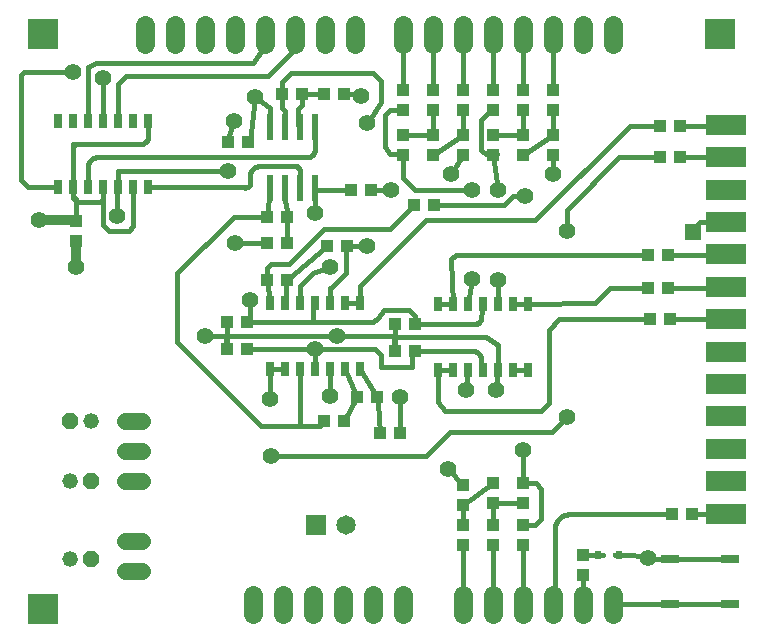
<source format=gtl>
G75*
G70*
%OFA0B0*%
%FSLAX24Y24*%
%IPPOS*%
%LPD*%
%AMOC8*
5,1,8,0,0,1.08239X$1,22.5*
%
%ADD10C,0.0640*%
%ADD11C,0.0560*%
%ADD12OC8,0.0520*%
%ADD13C,0.0520*%
%ADD14R,0.1378X0.0669*%
%ADD15R,0.0433X0.0394*%
%ADD16R,0.0250X0.0500*%
%ADD17R,0.0394X0.0433*%
%ADD18R,0.0236X0.0866*%
%ADD19R,0.0600X0.0300*%
%ADD20R,0.0197X0.0315*%
%ADD21R,0.0138X0.0138*%
%ADD22C,0.0650*%
%ADD23R,0.0650X0.0650*%
%ADD24C,0.0160*%
%ADD25C,0.0560*%
%ADD26C,0.0320*%
%ADD27R,0.0560X0.0560*%
%ADD28R,0.1000X0.1000*%
D10*
X011181Y000781D02*
X011181Y001421D01*
X012181Y001421D02*
X012181Y000781D01*
X013181Y000781D02*
X013181Y001421D01*
X014181Y001421D02*
X014181Y000781D01*
X015181Y000781D02*
X015181Y001421D01*
X016181Y001421D02*
X016181Y000781D01*
X018181Y000781D02*
X018181Y001421D01*
X019181Y001421D02*
X019181Y000781D01*
X020181Y000781D02*
X020181Y001421D01*
X021181Y001421D02*
X021181Y000781D01*
X022181Y000781D02*
X022181Y001421D01*
X023181Y001421D02*
X023181Y000781D01*
X023181Y019781D02*
X023181Y020421D01*
X022181Y020421D02*
X022181Y019781D01*
X021181Y019781D02*
X021181Y020421D01*
X020181Y020421D02*
X020181Y019781D01*
X019181Y019781D02*
X019181Y020421D01*
X018181Y020421D02*
X018181Y019781D01*
X017181Y019781D02*
X017181Y020421D01*
X016181Y020421D02*
X016181Y019781D01*
X014581Y019781D02*
X014581Y020421D01*
X013581Y020421D02*
X013581Y019781D01*
X012581Y019781D02*
X012581Y020421D01*
X011581Y020421D02*
X011581Y019781D01*
X010581Y019781D02*
X010581Y020421D01*
X009581Y020421D02*
X009581Y019781D01*
X008581Y019781D02*
X008581Y020421D01*
X007581Y020421D02*
X007581Y019781D01*
D11*
X007461Y007201D02*
X006901Y007201D01*
X006901Y006201D02*
X007461Y006201D01*
X007461Y005201D02*
X006901Y005201D01*
X006901Y003201D02*
X007461Y003201D01*
X007461Y002201D02*
X006901Y002201D01*
D12*
X005781Y002601D03*
X005781Y005201D03*
X005081Y007201D03*
D13*
X005781Y007201D03*
X005081Y005201D03*
X005081Y002601D03*
D14*
X026951Y004121D03*
X026951Y005201D03*
X026951Y006281D03*
X026951Y007361D03*
X026951Y008441D03*
X026951Y009521D03*
X026951Y010601D03*
X026951Y011681D03*
X026951Y012761D03*
X026951Y013841D03*
X026951Y014921D03*
X026951Y016001D03*
X026951Y017081D03*
D15*
X021181Y016735D03*
X021181Y016066D03*
X020181Y016066D03*
X020181Y016735D03*
X019181Y016735D03*
X019181Y016066D03*
X018181Y016066D03*
X018181Y016735D03*
X017181Y016735D03*
X017181Y016066D03*
X016181Y016066D03*
X016181Y016735D03*
X016181Y017566D03*
X016181Y018235D03*
X017181Y018235D03*
X017181Y017566D03*
X018181Y017566D03*
X018181Y018235D03*
X019181Y018235D03*
X019181Y017566D03*
X020181Y017566D03*
X020181Y018235D03*
X021181Y018235D03*
X021181Y017566D03*
X015115Y014901D03*
X014446Y014901D03*
X011015Y016501D03*
X010346Y016501D03*
X010296Y010501D03*
X010965Y010501D03*
X010965Y009601D03*
X010296Y009601D03*
X015896Y009551D03*
X016565Y009551D03*
X016565Y010451D03*
X015896Y010451D03*
X018181Y005085D03*
X018181Y004416D03*
X018181Y003735D03*
X018181Y003066D03*
X019181Y003066D03*
X019181Y003735D03*
X019181Y004466D03*
X019181Y005135D03*
X020181Y005135D03*
X020181Y004466D03*
X020181Y003735D03*
X020181Y003066D03*
X022181Y002735D03*
X022181Y002066D03*
D16*
X020331Y008901D03*
X019831Y008901D03*
X019331Y008901D03*
X018831Y008901D03*
X018331Y008901D03*
X017831Y008901D03*
X017331Y008901D03*
X014731Y008951D03*
X014231Y008951D03*
X013731Y008951D03*
X013231Y008951D03*
X012731Y008951D03*
X012231Y008951D03*
X011731Y008951D03*
X011731Y011151D03*
X012231Y011151D03*
X012731Y011151D03*
X013231Y011151D03*
X013731Y011151D03*
X014231Y011151D03*
X014731Y011151D03*
X017331Y011101D03*
X017831Y011101D03*
X018331Y011101D03*
X018831Y011101D03*
X019331Y011101D03*
X019831Y011101D03*
X020331Y011101D03*
X007681Y015001D03*
X007181Y015001D03*
X006681Y015001D03*
X006181Y015001D03*
X005681Y015001D03*
X005181Y015001D03*
X004681Y015001D03*
X004681Y017201D03*
X005181Y017201D03*
X005681Y017201D03*
X006181Y017201D03*
X006681Y017201D03*
X007181Y017201D03*
X007681Y017201D03*
D17*
X012146Y018101D03*
X012815Y018101D03*
X013546Y018101D03*
X014215Y018101D03*
X016546Y014401D03*
X017215Y014401D03*
X014315Y013051D03*
X013646Y013051D03*
X012315Y013151D03*
X011646Y013151D03*
X011646Y014001D03*
X012315Y014001D03*
X012315Y011901D03*
X011646Y011901D03*
X014646Y008001D03*
X015315Y008001D03*
X014215Y007201D03*
X013546Y007201D03*
X015396Y006801D03*
X016065Y006801D03*
X024396Y010601D03*
X025065Y010601D03*
X025015Y011651D03*
X024346Y011651D03*
X024346Y012751D03*
X025015Y012751D03*
X024746Y016001D03*
X025415Y016001D03*
X025415Y017051D03*
X024746Y017051D03*
X025146Y004101D03*
X025815Y004101D03*
X005281Y013216D03*
X005281Y013885D03*
D18*
X011731Y014977D03*
X012231Y014977D03*
X012731Y014977D03*
X013231Y014977D03*
X013231Y017024D03*
X012731Y017024D03*
X012231Y017024D03*
X011731Y017024D03*
D19*
X025081Y002601D03*
X027081Y002601D03*
X027081Y001101D03*
X025081Y001101D03*
D20*
X023375Y002751D03*
X022686Y002751D03*
D21*
X022834Y002751D03*
X023227Y002751D03*
D22*
X014281Y003751D03*
D23*
X013281Y003751D03*
D24*
X011781Y006051D02*
X016931Y006051D01*
X017731Y006851D01*
X021131Y006851D01*
X021631Y007351D01*
X021031Y007801D02*
X021031Y010251D01*
X021381Y010601D01*
X024396Y010601D01*
X025065Y010601D02*
X026951Y010601D01*
X026921Y011651D02*
X026951Y011681D01*
X027371Y011651D01*
X026921Y011651D02*
X025015Y011651D01*
X024346Y011651D02*
X023081Y011651D01*
X022581Y011151D01*
X020331Y011101D01*
X019831Y011101D01*
X019331Y011101D02*
X019331Y011901D01*
X018481Y011951D02*
X018331Y011101D01*
X017831Y011101D02*
X017781Y012601D01*
X017931Y012751D01*
X024346Y012751D01*
X025015Y012751D02*
X026941Y012751D01*
X026951Y012761D01*
X027391Y012751D01*
X026081Y013851D02*
X025931Y013701D01*
X025831Y013501D01*
X026081Y013851D02*
X027391Y013851D01*
X026951Y013841D01*
X027431Y013851D01*
X026951Y016001D02*
X025415Y016001D01*
X024746Y016001D02*
X023381Y016001D01*
X021631Y014251D01*
X021631Y013551D01*
X020581Y013901D02*
X016931Y013901D01*
X014731Y011701D01*
X014731Y011151D01*
X014231Y011151D01*
X013731Y011151D02*
X013731Y011651D01*
X013781Y011651D01*
X014281Y012151D01*
X014281Y013035D01*
X014315Y013051D01*
X014981Y013051D01*
X015746Y013601D02*
X013531Y013601D01*
X012381Y012451D01*
X011781Y012451D01*
X011646Y012316D01*
X011646Y011901D01*
X011746Y011166D01*
X011745Y011160D01*
X011742Y011155D01*
X011737Y011152D01*
X011731Y011151D01*
X012231Y011151D02*
X012315Y011901D01*
X013646Y013051D01*
X013731Y012351D02*
X013181Y012151D01*
X012731Y011701D01*
X012731Y011151D01*
X013181Y011101D02*
X013231Y011151D01*
X013181Y011101D02*
X013181Y010501D01*
X015181Y010501D01*
X015331Y010651D01*
X015531Y010901D01*
X016381Y010901D01*
X016565Y010716D01*
X016565Y010451D01*
X016574Y010457D01*
X016585Y010461D01*
X016595Y010461D01*
X016606Y010457D01*
X016615Y010451D01*
X018581Y010451D01*
X018607Y010453D01*
X018633Y010458D01*
X018658Y010466D01*
X018681Y010478D01*
X018703Y010492D01*
X018722Y010510D01*
X018740Y010529D01*
X018754Y010551D01*
X018766Y010574D01*
X018774Y010599D01*
X018779Y010625D01*
X018781Y010651D01*
X018831Y011101D01*
X017831Y011101D02*
X017331Y011101D01*
X015896Y010451D02*
X015896Y009551D01*
X015884Y009906D01*
X015884Y010051D01*
X013981Y010051D01*
X010281Y010051D01*
X009581Y010051D01*
X010281Y010051D02*
X010281Y009601D01*
X010296Y009601D01*
X010281Y010051D01*
X010296Y009601D02*
X010296Y010501D01*
X010965Y010501D02*
X011131Y010501D01*
X011081Y010551D01*
X011081Y011251D01*
X011131Y010501D02*
X013181Y010501D01*
X013231Y009601D02*
X013231Y008951D01*
X012731Y008951D02*
X012731Y007051D01*
X013396Y007051D01*
X013546Y007201D01*
X014215Y007201D02*
X014646Y008001D01*
X014231Y008951D01*
X013731Y008951D02*
X013731Y008051D01*
X014731Y008951D02*
X015315Y008001D01*
X015346Y007820D01*
X015396Y006801D01*
X016065Y006801D02*
X016081Y006785D01*
X016081Y008001D01*
X016481Y009001D02*
X015431Y009001D01*
X015431Y009401D01*
X015231Y009601D01*
X013231Y009601D01*
X010965Y009601D01*
X011731Y008951D02*
X011731Y007951D01*
X011431Y007051D02*
X012731Y007051D01*
X011431Y007051D02*
X008631Y009851D01*
X008631Y012151D01*
X010531Y014001D01*
X011646Y014001D01*
X011746Y014962D01*
X011745Y014968D01*
X011742Y014973D01*
X011737Y014976D01*
X011731Y014977D01*
X012231Y014977D02*
X012231Y014551D01*
X012381Y013935D01*
X012315Y014001D01*
X012315Y013151D01*
X011646Y013151D02*
X010581Y013151D01*
X010881Y015001D02*
X007681Y015001D01*
X007181Y015001D02*
X007181Y013701D01*
X007031Y013551D01*
X006381Y013551D01*
X006181Y013751D01*
X006181Y014601D01*
X006181Y015001D01*
X006631Y014951D02*
X006681Y015001D01*
X006681Y015551D01*
X010331Y015551D01*
X010881Y015001D02*
X010903Y014996D01*
X010925Y014993D01*
X010948Y014994D01*
X010970Y014998D01*
X010991Y015005D01*
X011012Y015015D01*
X011030Y015028D01*
X011047Y015043D01*
X011061Y015061D01*
X011072Y015080D01*
X011081Y015101D01*
X011081Y015401D01*
X011083Y015435D01*
X011089Y015468D01*
X011098Y015500D01*
X011111Y015531D01*
X011127Y015561D01*
X011146Y015588D01*
X011169Y015613D01*
X011194Y015636D01*
X011221Y015655D01*
X011251Y015671D01*
X011282Y015684D01*
X011314Y015693D01*
X011347Y015699D01*
X011381Y015701D01*
X012581Y015701D01*
X012604Y015699D01*
X012627Y015694D01*
X012649Y015685D01*
X012669Y015672D01*
X012687Y015657D01*
X012702Y015639D01*
X012715Y015619D01*
X012724Y015597D01*
X012729Y015574D01*
X012731Y015551D01*
X012731Y014977D01*
X013231Y014901D02*
X013231Y014151D01*
X013231Y014901D02*
X013307Y014901D01*
X014446Y014901D01*
X015115Y014901D02*
X015781Y014901D01*
X016181Y015301D02*
X016581Y014901D01*
X018481Y014901D01*
X019331Y014901D02*
X019181Y016066D01*
X019296Y016101D01*
X018931Y016101D01*
X018781Y016251D01*
X018781Y017251D01*
X019096Y017566D01*
X019181Y017566D01*
X019181Y018235D02*
X019181Y020101D01*
X020181Y020101D02*
X020181Y018235D01*
X020181Y017566D02*
X020181Y016735D01*
X019181Y016735D01*
X018181Y016735D02*
X017181Y016066D01*
X017181Y016735D02*
X016181Y016735D01*
X015581Y016351D02*
X015731Y016101D01*
X016146Y016101D01*
X016181Y016066D01*
X016181Y015301D01*
X016546Y014401D02*
X015746Y013601D01*
X017215Y014401D02*
X019531Y014401D01*
X019831Y014701D01*
X020231Y014701D01*
X021181Y015451D02*
X021181Y016066D01*
X021181Y016735D02*
X020181Y016066D01*
X021181Y016735D02*
X021181Y017566D01*
X021181Y018235D02*
X021181Y020101D01*
X018181Y020101D02*
X018181Y018235D01*
X018181Y017566D02*
X018181Y016735D01*
X018181Y016066D02*
X017781Y015451D01*
X017181Y016735D02*
X017181Y017566D01*
X017181Y018235D02*
X017181Y020101D01*
X016181Y020101D02*
X016181Y018235D01*
X015431Y018551D02*
X015431Y017851D01*
X015031Y017201D01*
X014981Y017151D01*
X015581Y017401D02*
X015746Y017566D01*
X016181Y017566D01*
X015581Y017401D02*
X015581Y016351D01*
X014781Y018051D02*
X014781Y018101D01*
X014215Y018101D01*
X013546Y018101D02*
X012815Y018101D01*
X012815Y017735D01*
X012681Y017601D01*
X012681Y017074D01*
X012731Y017024D01*
X013231Y017024D02*
X013231Y016251D01*
X013229Y016221D01*
X013224Y016191D01*
X013215Y016162D01*
X013202Y016135D01*
X013187Y016109D01*
X013168Y016085D01*
X013147Y016064D01*
X013123Y016045D01*
X013097Y016030D01*
X013070Y016017D01*
X013041Y016008D01*
X013011Y016003D01*
X012981Y016001D01*
X005981Y016001D01*
X005947Y015999D01*
X005914Y015993D01*
X005882Y015984D01*
X005851Y015971D01*
X005821Y015955D01*
X005794Y015936D01*
X005769Y015913D01*
X005746Y015888D01*
X005727Y015861D01*
X005711Y015831D01*
X005698Y015800D01*
X005689Y015768D01*
X005683Y015735D01*
X005681Y015701D01*
X005681Y015001D01*
X005181Y015001D02*
X005181Y014701D01*
X005281Y014601D01*
X005281Y013885D01*
X005331Y014501D02*
X005181Y014651D01*
X005181Y014701D01*
X005181Y014951D02*
X005181Y015001D01*
X005181Y016435D01*
X005381Y016435D01*
X005215Y016401D01*
X005381Y016435D02*
X007415Y016435D01*
X007415Y016436D02*
X007445Y016438D01*
X007474Y016443D01*
X007503Y016451D01*
X007530Y016462D01*
X007556Y016477D01*
X007580Y016494D01*
X007602Y016514D01*
X007622Y016536D01*
X007639Y016560D01*
X007654Y016586D01*
X007665Y016613D01*
X007673Y016642D01*
X007678Y016671D01*
X007680Y016701D01*
X007681Y016701D02*
X007681Y017201D01*
X006681Y017201D02*
X006681Y018451D01*
X006931Y018701D01*
X011681Y018701D01*
X012581Y019601D01*
X012581Y020101D01*
X011581Y020101D02*
X011581Y019701D01*
X011181Y019151D01*
X005931Y019151D01*
X005681Y019001D01*
X005681Y017201D01*
X006181Y017201D02*
X006181Y018651D01*
X005181Y018851D02*
X003531Y018851D01*
X003431Y018751D01*
X003431Y015251D01*
X003681Y015001D01*
X004681Y015001D01*
X005331Y014501D02*
X006081Y014501D01*
X006181Y014601D01*
X006631Y014951D02*
X006631Y014051D01*
X010346Y016501D02*
X010381Y016535D01*
X010381Y016751D01*
X010531Y017201D01*
X010381Y016501D02*
X010346Y016501D01*
X011015Y016501D02*
X011081Y016501D01*
X011231Y018011D01*
X011731Y017651D01*
X011731Y017024D01*
X012231Y017024D02*
X012231Y017551D01*
X012131Y017651D01*
X012131Y017701D01*
X012146Y017716D01*
X012146Y018101D01*
X012146Y018516D01*
X012431Y018801D01*
X015181Y018801D01*
X015431Y018551D01*
X013231Y014977D02*
X013232Y014962D01*
X013237Y014948D01*
X013244Y014935D01*
X013253Y014923D01*
X013265Y014914D01*
X013278Y014907D01*
X013292Y014902D01*
X013307Y014901D01*
X020581Y013901D02*
X023731Y017051D01*
X024746Y017051D01*
X025415Y017051D02*
X026921Y017051D01*
X026951Y017081D01*
X027371Y017051D01*
X019331Y009751D02*
X018931Y010001D01*
X015881Y010001D01*
X015884Y009906D01*
X016481Y009466D02*
X016565Y009551D01*
X016581Y009551D01*
X016631Y009501D01*
X016565Y009551D02*
X018481Y009551D01*
X018515Y009549D01*
X018548Y009543D01*
X018580Y009534D01*
X018611Y009521D01*
X018641Y009505D01*
X018668Y009486D01*
X018693Y009463D01*
X018716Y009438D01*
X018735Y009411D01*
X018751Y009381D01*
X018764Y009350D01*
X018773Y009318D01*
X018779Y009285D01*
X018781Y009251D01*
X018831Y008901D01*
X019331Y008901D02*
X019281Y008251D01*
X019331Y008901D02*
X019331Y009751D01*
X019781Y008901D02*
X019831Y008901D01*
X020331Y008901D01*
X021031Y007801D02*
X020781Y007551D01*
X017581Y007551D01*
X017331Y007851D01*
X017331Y008901D01*
X017831Y008901D01*
X018331Y008901D02*
X018281Y008251D01*
X016481Y009001D02*
X016481Y009466D01*
X012231Y008951D02*
X011731Y008951D01*
X017681Y005601D02*
X018181Y005085D01*
X018181Y004416D02*
X019181Y005135D01*
X019181Y004466D02*
X019181Y003735D01*
X019181Y003066D02*
X019181Y001101D01*
X020181Y001101D02*
X020181Y003066D01*
X020181Y003735D02*
X020196Y003751D01*
X020581Y003751D01*
X020781Y003951D01*
X020781Y004951D01*
X020596Y005135D01*
X020181Y005135D01*
X020181Y006251D01*
X020181Y004466D02*
X019181Y004466D01*
X018181Y004416D02*
X018181Y003735D01*
X018181Y003066D02*
X018181Y001101D01*
X021181Y001101D02*
X021194Y001103D01*
X021206Y001108D01*
X021216Y001116D01*
X021224Y001126D01*
X021229Y001138D01*
X021231Y001151D01*
X021231Y003601D01*
X021233Y003645D01*
X021239Y003688D01*
X021248Y003730D01*
X021261Y003772D01*
X021278Y003812D01*
X021298Y003851D01*
X021321Y003888D01*
X021348Y003922D01*
X021377Y003955D01*
X021410Y003984D01*
X021444Y004011D01*
X021481Y004034D01*
X021520Y004054D01*
X021560Y004071D01*
X021602Y004084D01*
X021644Y004093D01*
X021687Y004099D01*
X021731Y004101D01*
X025146Y004101D01*
X025815Y004101D02*
X025817Y004109D01*
X025821Y004115D01*
X025827Y004119D01*
X025835Y004121D01*
X026951Y004121D01*
X027081Y002601D02*
X025081Y002601D01*
X024381Y002601D01*
X024331Y002651D01*
X023831Y002751D01*
X023227Y002751D01*
X022834Y002751D02*
X022181Y002735D01*
X022181Y002066D02*
X022181Y001101D01*
X023181Y001101D02*
X025081Y001101D01*
X027081Y001101D01*
D25*
X024331Y002651D03*
X020181Y006251D03*
X021631Y007351D03*
X019281Y008251D03*
X018281Y008251D03*
X016081Y008001D03*
X013731Y008051D03*
X011731Y007951D03*
X011781Y006051D03*
X013231Y009601D03*
X013981Y010051D03*
X011081Y011251D03*
X009581Y010051D03*
X013731Y012351D03*
X014981Y013051D03*
X013231Y014151D03*
X015781Y014901D03*
X017781Y015451D03*
X018481Y014901D03*
X019331Y014901D03*
X020231Y014701D03*
X021181Y015451D03*
X021631Y013551D03*
X019331Y011901D03*
X018481Y011951D03*
X014981Y017151D03*
X014781Y018051D03*
X011231Y018011D03*
X010531Y017201D03*
X010331Y015551D03*
X010581Y013151D03*
X006631Y014051D03*
X005281Y012351D03*
X004031Y013901D03*
X006181Y018651D03*
X005181Y018851D03*
X017681Y005601D03*
D26*
X005281Y012351D02*
X005281Y013216D01*
X005281Y013885D02*
X005265Y013901D01*
X004031Y013901D01*
D27*
X025831Y013501D03*
D28*
X004181Y000951D03*
X004181Y020101D03*
X026731Y020101D03*
M02*

</source>
